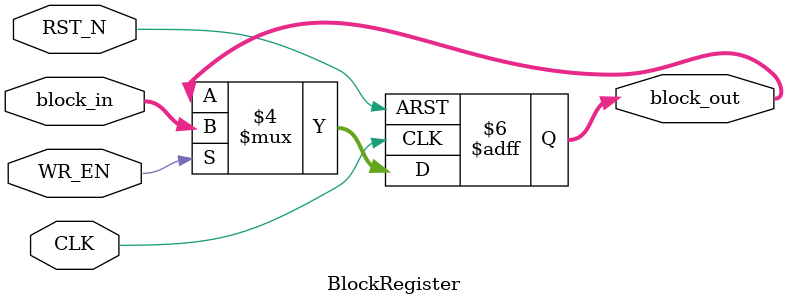
<source format=v>
module BlockRegister(CLK, RST_N, WR_EN, block_in, block_out);
    input wire CLK, RST_N, WR_EN;
    input wire [127:0] block_in;
    output reg [127:0] block_out;

    always @(posedge CLK or negedge RST_N)
    begin
        if(RST_N == 1'b0)
            block_out <= 127'b0;
        else if(WR_EN == 1'b1)
            block_out <= block_in;
    end
endmodule
</source>
